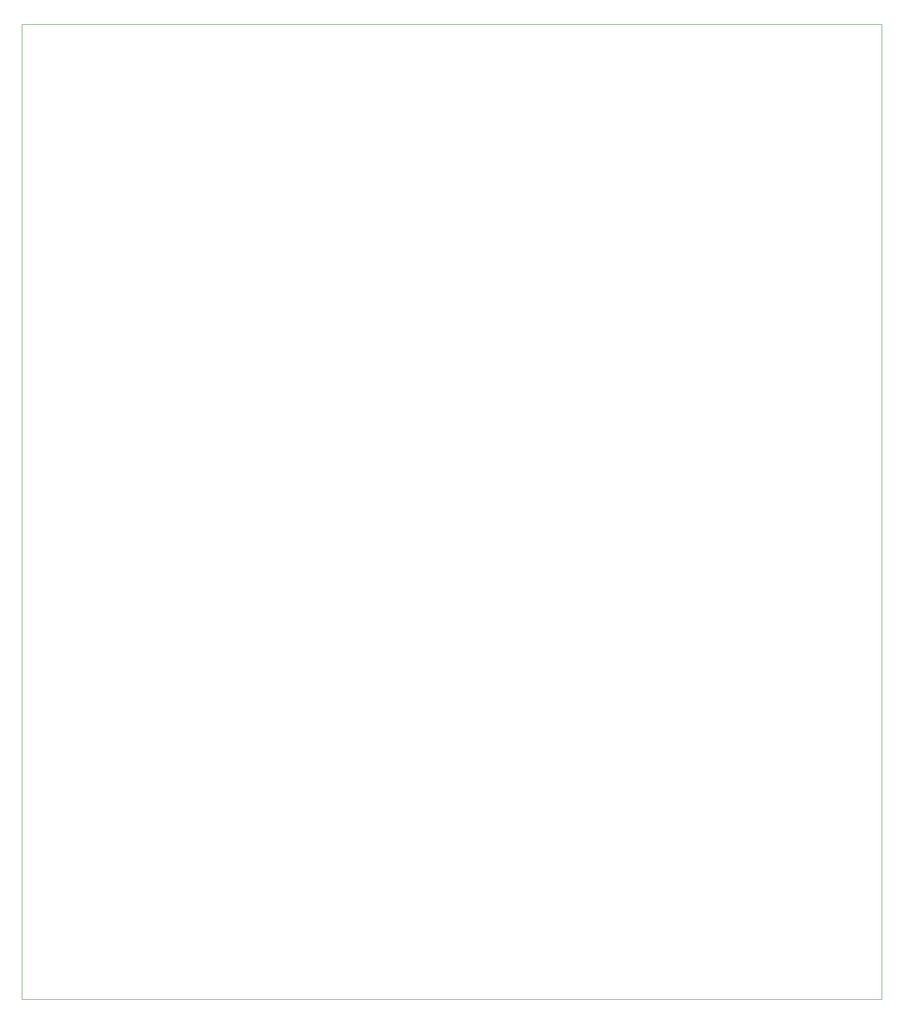
<source format=gbr>
G04 #@! TF.GenerationSoftware,KiCad,Pcbnew,6.0.5+dfsg-1~bpo11+1*
G04 #@! TF.CreationDate,2023-01-20T09:08:37+00:00*
G04 #@! TF.ProjectId,nascontrol,6e617363-6f6e-4747-926f-6c2e6b696361,0.1*
G04 #@! TF.SameCoordinates,Original*
G04 #@! TF.FileFunction,Profile,NP*
%FSLAX46Y46*%
G04 Gerber Fmt 4.6, Leading zero omitted, Abs format (unit mm)*
G04 Created by KiCad (PCBNEW 6.0.5+dfsg-1~bpo11+1) date 2023-01-20 09:08:37*
%MOMM*%
%LPD*%
G01*
G04 APERTURE LIST*
G04 #@! TA.AperFunction,Profile*
%ADD10C,0.100000*%
G04 #@! TD*
G04 APERTURE END LIST*
D10*
X20000000Y-190000000D02*
X170000000Y-190000000D01*
X170000000Y-190000000D02*
X170000000Y-20000000D01*
X20000000Y-20000000D02*
X20000000Y-190000000D01*
X170000000Y-20000000D02*
X20000000Y-20000000D01*
M02*

</source>
